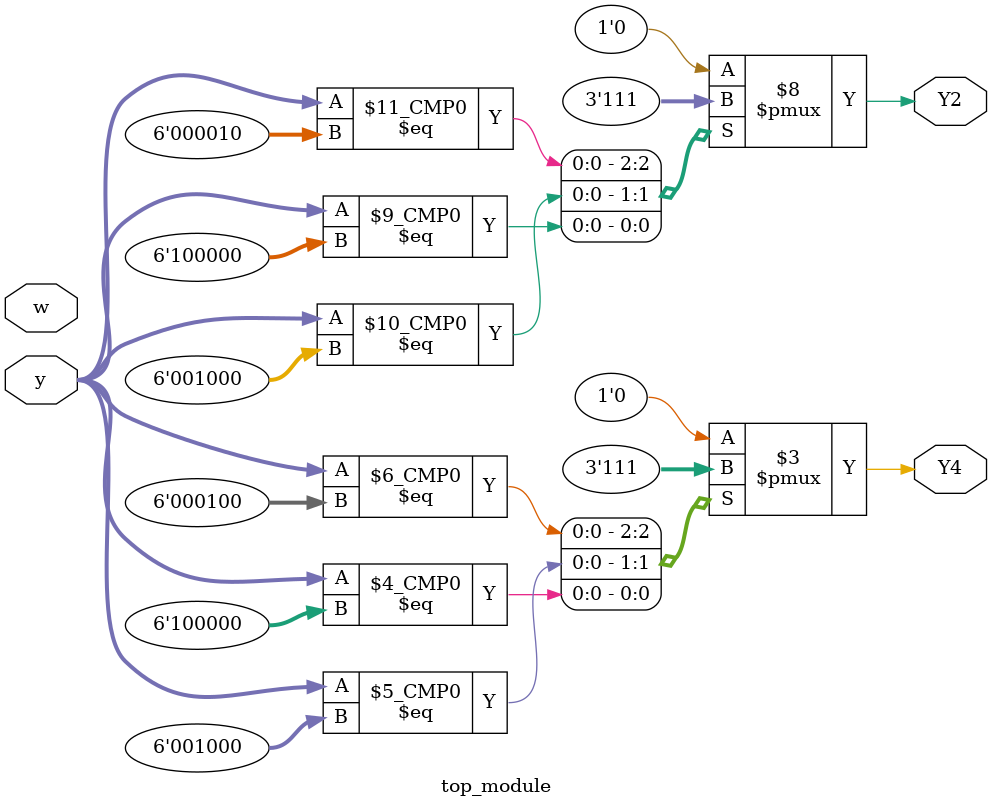
<source format=sv>
module top_module (
  input [6:1] y,
  input w,
  output Y2,
  output Y4
);

  reg Y2;
  reg Y4;

  always @(*) begin
    case(y)
      7'b000001: begin // State A
        Y2 = 0;
        Y4 = 0;
      end
      7'b000010: begin // State B
        Y2 = 1;
        Y4 = 0;
      end
      7'b000100: begin // State C
        Y2 = 0;
        Y4 = 1;
      end
      7'b001000: begin // State D
        Y2 = 1;
        Y4 = 1;
      end
      7'b010000: begin // State E
        Y2 = 0;
        Y4 = 0; // Since E does not have a transition on Y4, we take it as '0' in this case
      end
      7'b100000: begin // State F
        Y2 = 1;
        Y4 = 1; // Since F does not have a transition on Y4, we take it as '1' in this case
      end
      default: begin
        Y2 = 0;
        Y4 = 0;
      end
    endcase
  end
endmodule

</source>
